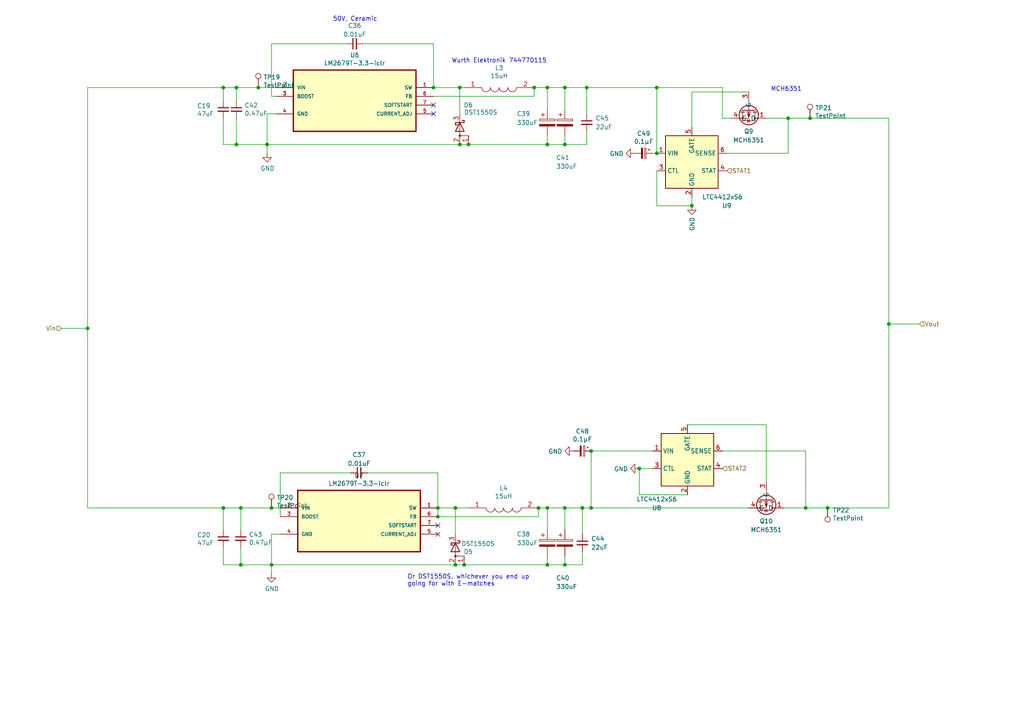
<source format=kicad_sch>
(kicad_sch (version 20211123) (generator eeschema)
  (paper "A4")
  (lib_symbols
    (symbol "Connector:TestPoint" (pin_numbers hide) (pin_names (offset 0.762) hide)
      (property "Reference" "TP" (at 0 6.858 0))
      (property "Value" "TestPoint" (at 0 5.08 0))
      (symbol "TestPoint_0_1"
        (circle (center 0 3.302) (radius 0.762))
      )
      (symbol "TestPoint_1_1"
        (pin passive line (at 0 0 90) (length 2.54) (name "1") (number "1"))
      )
    )
    (symbol "Device:CP_Small" (pin_numbers hide) (pin_names (offset 0.254) hide)
      (property "Reference" "C" (at 0.254 1.778 0))
      (property "Value" "Device_CP_Small" (at 0.254 -2.032 0))
      (symbol "CP_Small_0_1"
        (rectangle (start -1.524 -0.3048) (end 1.524 -0.6858) (fill (type outline)))
        (rectangle (start -1.524 0.6858) (end 1.524 0.3048))
        (polyline (pts (xy -1.27 1.524) (xy -0.762 1.524)))
        (polyline (pts (xy -1.016 1.27) (xy -1.016 1.778)))
      )
      (symbol "CP_Small_1_1"
        (pin passive line (at 0 2.54 270) (length 1.8542) (name "~") (number "1"))
        (pin passive line (at 0 -2.54 90) (length 1.8542) (name "~") (number "2"))
      )
    )
    (symbol "Device:C_Polarized" (pin_numbers hide) (pin_names (offset 0.254))
      (property "Reference" "C" (at 0.635 2.54 0))
      (property "Value" "C_Polarized" (at 0.635 -2.54 0))
      (symbol "C_Polarized_0_1"
        (rectangle (start -2.286 0.508) (end 2.286 1.016))
        (polyline (pts (xy -1.778 2.286) (xy -0.762 2.286)))
        (polyline (pts (xy -1.27 2.794) (xy -1.27 1.778)))
        (rectangle (start 2.286 -0.508) (end -2.286 -1.016) (fill (type outline)))
      )
      (symbol "C_Polarized_1_1"
        (pin passive line (at 0 3.81 270) (length 2.794) (name "~") (number "1"))
        (pin passive line (at 0 -3.81 90) (length 2.794) (name "~") (number "2"))
      )
    )
    (symbol "Device:C_Small" (pin_numbers hide) (pin_names (offset 0.254) hide)
      (property "Reference" "C" (at 0.254 1.778 0))
      (property "Value" "C_Small" (at 0.254 -2.032 0))
      (symbol "C_Small_0_1"
        (polyline (pts (xy -1.524 -0.508) (xy 1.524 -0.508)) (stroke (width 0.3302)))
        (polyline (pts (xy -1.524 0.508) (xy 1.524 0.508)) (stroke (width 0.3048)))
      )
      (symbol "C_Small_1_1"
        (pin passive line (at 0 2.54 270) (length 2.032) (name "~") (number "1"))
        (pin passive line (at 0 -2.54 90) (length 2.032) (name "~") (number "2"))
      )
    )
    (symbol "Device:D_Schottky_AAK" (pin_names (offset 0) hide)
      (property "Reference" "D" (at 0 2.54 0))
      (property "Value" "D_Schottky_AAK" (at 0 -2.54 0))
      (symbol "D_Schottky_AAK_0_1"
        (polyline (pts (xy 1.27 1.27) (xy 1.27 -1.27) (xy -1.27 0) (xy 1.27 1.27)) (stroke (width 0.254)))
        (polyline (pts (xy 3.81 2.54) (xy 2.54 2.54) (xy 2.54 0) (xy -1.27 0)))
        (polyline (pts (xy -1.905 0.635) (xy -1.905 1.27) (xy -1.27 1.27) (xy -1.27 -1.27) (xy -0.635 -1.27) (xy -0.635 -0.635)) (stroke (width 0.254)))
        (circle (center 2.54 0) (radius 0.254) (fill (type outline)))
      )
      (symbol "D_Schottky_AAK_1_1"
        (pin passive line (at 5.08 2.54 180) (length 2.54) (name "A") (number "1"))
        (pin passive line (at 5.08 0 180) (length 2.54) (name "A") (number "2"))
        (pin passive line (at -3.81 0 0) (length 2.54) (name "K") (number "3"))
      )
    )
    (symbol "Power_Management:LTC4412xS6"
      (property "Reference" "U" (at -6.35 8.89 0))
      (property "Value" "LTC4412xS6" (at 6.35 8.89 0))
      (symbol "LTC4412xS6_0_1"
        (rectangle (start -7.62 7.62) (end 7.62 -7.62) (stroke (width 0.254)) (fill (type background)))
      )
      (symbol "LTC4412xS6_1_1"
        (pin power_in line (at -10.16 2.54 0) (length 2.54) (name "VIN") (number "1"))
        (pin power_in line (at 0 -10.16 90) (length 2.54) (name "GND") (number "2"))
        (pin input line (at -10.16 -2.54 0) (length 2.54) (name "CTL") (number "3"))
        (pin open_collector line (at 10.16 -2.54 180) (length 2.54) (name "STAT") (number "4"))
        (pin output line (at 0 10.16 270) (length 2.54) (name "GATE") (number "5"))
        (pin input line (at 10.16 2.54 180) (length 2.54) (name "SENSE") (number "6"))
      )
    )
    (symbol "iclr:LM2679T-3.3-iclr" (pin_names (offset 1.016))
      (property "Reference" "U" (at -4.5974 6.2992 0))
      (property "Value" "LM2679T-3.3-iclr" (at -5.3594 -15.6464 0))
      (symbol "LM2679T-3.3-iclr_0_0"
        (rectangle (start -17.78 -12.7) (end 17.78 5.08) (stroke (width 0.4064)) (fill (type background)))
        (pin output line (at 22.86 0 180) (length 5.08) (name "SW") (number "1"))
        (pin input line (at -22.86 0 0) (length 5.08) (name "VIN") (number "2"))
        (pin passive line (at -22.86 -2.54 0) (length 5.08) (name "BOOST") (number "3"))
        (pin passive line (at -22.86 -7.62 0) (length 5.08) (name "GND") (number "4"))
        (pin passive line (at 22.86 -7.62 180) (length 5.08) (name "CURRENT_ADJ") (number "5"))
        (pin passive line (at 22.86 -2.54 180) (length 5.08) (name "FB") (number "6"))
        (pin passive line (at 22.86 -5.08 180) (length 5.08) (name "SOFTSTART") (number "7"))
      )
    )
    (symbol "iclr:MCH6351"
      (property "Reference" "Q" (at 15.24 -17.78 0))
      (property "Value" "MCH6351" (at 19.05 -20.32 0))
      (symbol "MCH6351_0_1"
        (polyline (pts (xy 9.144 -19.05) (xy 6.35 -19.05)))
        (polyline (pts (xy 9.144 -17.145) (xy 9.144 -20.955)) (stroke (width 0.254)))
        (polyline (pts (xy 9.652 -20.32) (xy 9.652 -21.336)) (stroke (width 0.254)))
        (polyline (pts (xy 9.652 -18.542) (xy 9.652 -19.558)) (stroke (width 0.254)))
        (polyline (pts (xy 9.652 -16.764) (xy 9.652 -17.78)) (stroke (width 0.254)))
        (polyline (pts (xy 11.43 -16.51) (xy 11.43 -17.272)))
        (polyline (pts (xy 11.43 -21.59) (xy 11.43 -19.05) (xy 9.652 -19.05)))
        (polyline (pts (xy 9.652 -17.272) (xy 12.192 -17.272) (xy 12.192 -20.828) (xy 9.652 -20.828)))
        (polyline (pts (xy 11.176 -19.05) (xy 10.16 -18.669) (xy 10.16 -19.431) (xy 11.176 -19.05)) (fill (type outline)))
        (polyline (pts (xy 11.684 -19.558) (xy 11.811 -19.431) (xy 12.573 -19.431) (xy 12.7 -19.304)))
        (polyline (pts (xy 12.192 -19.431) (xy 11.811 -18.796) (xy 12.573 -18.796) (xy 12.192 -19.431)))
        (circle (center 10.541 -19.05) (radius 2.794) (stroke (width 0.254)))
        (circle (center 11.43 -20.828) (radius 0.254) (fill (type outline)))
        (circle (center 11.43 -17.272) (radius 0.254) (fill (type outline)))
      )
      (symbol "MCH6351_1_1"
        (pin passive line (at 11.43 -13.97 270) (length 2.54) (name "D") (number "1"))
        (pin passive line (at 11.43 -13.97 270) (length 2.54) hide (name "D") (number "2"))
        (pin input line (at 3.81 -19.05 0) (length 2.54) (name "G") (number "3"))
        (pin passive line (at 11.43 -24.13 90) (length 2.54) (name "S") (number "4"))
        (pin passive line (at 11.43 -13.97 270) (length 2.54) hide (name "D") (number "5"))
        (pin passive line (at 11.43 -13.97 270) (length 2.54) hide (name "D") (number "6"))
      )
    )
    (symbol "iclr:P0846SNL-iclr" (pin_names (offset 0.762))
      (property "Reference" "L" (at 16.51 6.35 0))
      (property "Value" "P0846SNL-iclr" (at 16.51 3.81 0))
      (symbol "P0846SNL-iclr_0_0"
        (pin passive line (at 0 0 0) (length 5.08) (name "~") (number "1"))
        (pin passive line (at 20.32 0 180) (length 5.08) (name "~") (number "2"))
      )
      (symbol "P0846SNL-iclr_0_1"
        (arc (start 5.08 0) (mid 6.35 -1.3218) (end 7.62 0) (stroke (width 0.1524)))
        (arc (start 7.62 0) (mid 8.89 -1.3218) (end 10.16 0) (stroke (width 0.1524)))
        (arc (start 10.16 0) (mid 11.43 -1.3218) (end 12.7 0) (stroke (width 0.1524)))
        (arc (start 12.7 0) (mid 13.97 -1.3218) (end 15.24 0) (stroke (width 0.1524)))
      )
    )
    (symbol "power:GND" (power) (pin_names (offset 0))
      (property "Value" "GND" (at 0 -3.81 0))
      (symbol "GND_0_1"
        (polyline (pts (xy 0 0) (xy 0 -1.27) (xy 1.27 -1.27) (xy 0 -2.54) (xy -1.27 -1.27) (xy 0 -1.27)))
      )
      (symbol "GND_1_1"
        (pin power_in line (at 0 0 270) (length 0) hide (name "GND") (number "1"))
      )
    )
  )
  (junction (at 127 147.32))
  (junction (at 163.83 41.91))
  (junction (at 127 149.86))
  (junction (at 135.89 41.91))
  (junction (at 25.4 95.25))
  (junction (at 200.66 59.69))
  (junction (at 156.21 147.32))
  (junction (at 77.47 41.91))
  (junction (at 133.35 25.4))
  (junction (at 168.91 147.32))
  (junction (at 233.68 147.32))
  (junction (at 185.42 135.89))
  (junction (at 132.08 163.83))
  (junction (at 171.45 130.81))
  (junction (at 158.75 41.91))
  (junction (at 257.81 93.98))
  (junction (at 158.75 147.32))
  (junction (at 64.77 147.32))
  (junction (at 64.77 25.4))
  (junction (at 170.18 25.4))
  (junction (at 190.5 44.45))
  (junction (at 234.95 34.29))
  (junction (at 163.83 163.83))
  (junction (at 132.08 147.32))
  (junction (at 163.83 25.4))
  (junction (at 69.85 163.83))
  (junction (at 171.45 147.32))
  (junction (at 133.35 41.91))
  (junction (at 74.93 25.4))
  (junction (at 240.03 147.32))
  (junction (at 163.83 147.32))
  (junction (at 154.94 25.4))
  (junction (at 228.6 34.29))
  (junction (at 69.85 147.32))
  (junction (at 158.75 25.4))
  (junction (at 78.74 163.83))
  (junction (at 158.75 163.83))
  (junction (at 68.58 41.91))
  (junction (at 125.73 25.4))
  (junction (at 68.58 25.4))
  (junction (at 78.74 147.32))
  (junction (at 190.5 25.4))
  (junction (at 134.62 163.83))
  (no_connect (at 125.73 33.02))
  (no_connect (at 127 152.4))
  (no_connect (at 127 154.94))
  (no_connect (at 125.73 30.48))
  (wire (pts (xy 163.83 147.32) (xy 163.83 153.67)))
  (wire (pts (xy 266.7 93.98) (xy 257.81 93.98)))
  (wire (pts (xy 68.58 34.29) (xy 68.58 41.91)))
  (wire (pts (xy 78.74 163.83) (xy 132.08 163.83)))
  (wire (pts (xy 158.75 161.29) (xy 158.75 163.83)))
  (wire (pts (xy 64.77 163.83) (xy 69.85 163.83)))
  (wire (pts (xy 25.4 25.4) (xy 64.77 25.4)))
  (wire (pts (xy 170.18 25.4) (xy 170.18 33.02)))
  (wire (pts (xy 105.41 12.7) (xy 125.73 12.7)))
  (wire (pts (xy 228.6 34.29) (xy 234.95 34.29)))
  (wire (pts (xy 185.42 143.51) (xy 185.42 135.89)))
  (wire (pts (xy 257.81 93.98) (xy 257.81 147.32)))
  (wire (pts (xy 64.77 147.32) (xy 64.77 153.67)))
  (wire (pts (xy 132.08 163.83) (xy 134.62 163.83)))
  (wire (pts (xy 168.91 147.32) (xy 171.45 147.32)))
  (wire (pts (xy 158.75 31.75) (xy 158.75 25.4)))
  (wire (pts (xy 154.94 27.94) (xy 154.94 25.4)))
  (wire (pts (xy 234.95 34.29) (xy 257.81 34.29)))
  (wire (pts (xy 158.75 41.91) (xy 163.83 41.91)))
  (wire (pts (xy 78.74 12.7) (xy 78.74 27.94)))
  (wire (pts (xy 133.35 25.4) (xy 134.62 25.4)))
  (wire (pts (xy 81.28 154.94) (xy 78.74 154.94)))
  (wire (pts (xy 132.08 147.32) (xy 127 147.32)))
  (wire (pts (xy 74.93 25.4) (xy 80.01 25.4)))
  (wire (pts (xy 222.25 34.29) (xy 228.6 34.29)))
  (wire (pts (xy 125.73 25.4) (xy 133.35 25.4)))
  (wire (pts (xy 171.45 147.32) (xy 217.17 147.32)))
  (wire (pts (xy 154.94 25.4) (xy 158.75 25.4)))
  (wire (pts (xy 156.21 147.32) (xy 158.75 147.32)))
  (wire (pts (xy 240.03 147.32) (xy 257.81 147.32)))
  (wire (pts (xy 64.77 158.75) (xy 64.77 163.83)))
  (wire (pts (xy 163.83 147.32) (xy 168.91 147.32)))
  (wire (pts (xy 200.66 26.67) (xy 200.66 36.83)))
  (wire (pts (xy 200.66 26.67) (xy 217.17 26.67)))
  (wire (pts (xy 135.89 41.91) (xy 158.75 41.91)))
  (wire (pts (xy 127 149.86) (xy 156.21 149.86)))
  (wire (pts (xy 158.75 25.4) (xy 163.83 25.4)))
  (wire (pts (xy 69.85 153.67) (xy 69.85 147.32)))
  (wire (pts (xy 158.75 163.83) (xy 163.83 163.83)))
  (wire (pts (xy 233.68 147.32) (xy 240.03 147.32)))
  (wire (pts (xy 171.45 130.81) (xy 189.23 130.81)))
  (wire (pts (xy 163.83 25.4) (xy 163.83 31.75)))
  (wire (pts (xy 158.75 147.32) (xy 163.83 147.32)))
  (wire (pts (xy 25.4 25.4) (xy 25.4 95.25)))
  (wire (pts (xy 77.47 33.02) (xy 77.47 41.91)))
  (wire (pts (xy 210.82 44.45) (xy 228.6 44.45)))
  (wire (pts (xy 134.62 163.83) (xy 158.75 163.83)))
  (wire (pts (xy 132.08 147.32) (xy 135.89 147.32)))
  (wire (pts (xy 222.25 123.19) (xy 222.25 139.7)))
  (wire (pts (xy 190.5 25.4) (xy 190.5 44.45)))
  (wire (pts (xy 163.83 163.83) (xy 168.91 163.83)))
  (wire (pts (xy 133.35 41.91) (xy 135.89 41.91)))
  (wire (pts (xy 190.5 49.53) (xy 190.5 59.69)))
  (wire (pts (xy 228.6 44.45) (xy 228.6 34.29)))
  (wire (pts (xy 190.5 25.4) (xy 209.55 25.4)))
  (wire (pts (xy 127 147.32) (xy 127 149.86)))
  (wire (pts (xy 163.83 161.29) (xy 163.83 163.83)))
  (wire (pts (xy 64.77 147.32) (xy 69.85 147.32)))
  (wire (pts (xy 68.58 41.91) (xy 77.47 41.91)))
  (wire (pts (xy 64.77 25.4) (xy 68.58 25.4)))
  (wire (pts (xy 81.28 137.16) (xy 81.28 149.86)))
  (wire (pts (xy 80.01 33.02) (xy 77.47 33.02)))
  (wire (pts (xy 158.75 39.37) (xy 158.75 41.91)))
  (wire (pts (xy 200.66 57.15) (xy 200.66 59.69)))
  (wire (pts (xy 171.45 130.81) (xy 171.45 147.32)))
  (wire (pts (xy 199.39 123.19) (xy 222.25 123.19)))
  (wire (pts (xy 163.83 39.37) (xy 163.83 41.91)))
  (wire (pts (xy 69.85 158.75) (xy 69.85 163.83)))
  (wire (pts (xy 170.18 25.4) (xy 190.5 25.4)))
  (wire (pts (xy 125.73 12.7) (xy 125.73 25.4)))
  (wire (pts (xy 127 137.16) (xy 127 147.32)))
  (wire (pts (xy 156.21 149.86) (xy 156.21 147.32)))
  (wire (pts (xy 233.68 130.81) (xy 233.68 147.32)))
  (wire (pts (xy 227.33 147.32) (xy 233.68 147.32)))
  (wire (pts (xy 189.23 44.45) (xy 190.5 44.45)))
  (wire (pts (xy 168.91 160.02) (xy 168.91 163.83)))
  (wire (pts (xy 209.55 130.81) (xy 233.68 130.81)))
  (wire (pts (xy 125.73 27.94) (xy 154.94 27.94)))
  (wire (pts (xy 257.81 34.29) (xy 257.81 93.98)))
  (wire (pts (xy 81.28 137.16) (xy 101.6 137.16)))
  (wire (pts (xy 78.74 27.94) (xy 80.01 27.94)))
  (wire (pts (xy 158.75 147.32) (xy 158.75 153.67)))
  (wire (pts (xy 163.83 25.4) (xy 170.18 25.4)))
  (wire (pts (xy 168.91 147.32) (xy 168.91 154.94)))
  (wire (pts (xy 133.35 25.4) (xy 133.35 33.02)))
  (wire (pts (xy 170.18 38.1) (xy 170.18 41.91)))
  (wire (pts (xy 190.5 59.69) (xy 200.66 59.69)))
  (wire (pts (xy 17.78 95.25) (xy 25.4 95.25)))
  (wire (pts (xy 106.68 137.16) (xy 127 137.16)))
  (wire (pts (xy 25.4 147.32) (xy 64.77 147.32)))
  (wire (pts (xy 199.39 143.51) (xy 185.42 143.51)))
  (wire (pts (xy 78.74 154.94) (xy 78.74 163.83)))
  (wire (pts (xy 209.55 34.29) (xy 212.09 34.29)))
  (wire (pts (xy 78.74 163.83) (xy 78.74 166.37)))
  (wire (pts (xy 69.85 147.32) (xy 78.74 147.32)))
  (wire (pts (xy 163.83 41.91) (xy 170.18 41.91)))
  (wire (pts (xy 69.85 163.83) (xy 78.74 163.83)))
  (wire (pts (xy 25.4 95.25) (xy 25.4 147.32)))
  (wire (pts (xy 77.47 41.91) (xy 77.47 44.45)))
  (wire (pts (xy 209.55 25.4) (xy 209.55 34.29)))
  (wire (pts (xy 68.58 29.21) (xy 68.58 25.4)))
  (wire (pts (xy 64.77 25.4) (xy 64.77 29.21)))
  (wire (pts (xy 77.47 41.91) (xy 133.35 41.91)))
  (wire (pts (xy 64.77 41.91) (xy 68.58 41.91)))
  (wire (pts (xy 189.23 135.89) (xy 185.42 135.89)))
  (wire (pts (xy 78.74 147.32) (xy 81.28 147.32)))
  (wire (pts (xy 64.77 34.29) (xy 64.77 41.91)))
  (wire (pts (xy 78.74 12.7) (xy 100.33 12.7)))
  (wire (pts (xy 68.58 25.4) (xy 74.93 25.4)))
  (wire (pts (xy 132.08 147.32) (xy 132.08 154.94)))
  (text "Wurth Elektronik 744770115" (at 130.9662 18.4246 0) (effects (font (size 1.27 1.27)) (justify left bottom)))
  (text "50V, Ceramic" (at 96.52 6.35 0) (effects (font (size 1.27 1.27)) (justify left bottom)))
  (text "Or DST1550S, whichever you end up \ngoing for with E-matches" (at 118.11 170.18 0) (effects (font (size 1.27 1.27)) (justify left bottom)))
  (text "MCH6351" (at 223.52 26.67 0) (effects (font (size 1.27 1.27)) (justify left bottom)))
  (hierarchical_label "Vin" (shape input) (at 17.78 95.25 180))
  (hierarchical_label "STAT2" (shape input) (at 209.55 135.89 0))
  (hierarchical_label "STAT1" (shape input) (at 210.82 49.53 0))
  (hierarchical_label "Vout" (shape input) (at 266.7 93.98 0))
  (symbol (lib_id "Device:C_Small") (at 69.85 156.21 0) (unit 1)
    (property "Reference" "C43" (at 72.1868 155.0416 0) (effects (justify left)))
    (property "Value" "0.47μF" (at 72.1868 157.353 0) (effects (justify left)))
    (property "Footprint" "Capacitor_SMD:C_0805_2012Metric" (effects hide))
  )
  (symbol (lib_id "power:GND") (at 78.74 166.37 0) (unit 1)
    (property "Reference" "#PWR0152" (effects hide))
    (property "Value" "GND" (at 78.867 170.7642 0))
  )
  (symbol (lib_id "Device:C_Small") (at 68.58 31.75 0) (unit 1)
    (property "Reference" "C42" (at 70.9168 30.5816 0) (effects (justify left)))
    (property "Value" "0.47uF" (at 70.9168 32.893 0) (effects (justify left)))
    (property "Footprint" "Capacitor_SMD:C_0805_2012Metric" (effects hide))
  )
  (symbol (lib_id "power:GND") (at 77.47 44.45 0) (unit 1)
    (property "Reference" "#PWR0153" (effects hide))
    (property "Value" "GND" (at 77.597 48.8442 0))
  )
  (symbol (lib_id "Power_Management:LTC4412xS6") (at 199.39 133.35 0) (unit 1)
    (property "Reference" "U8" (at 190.5 147.32 0))
    (property "Value" "LTC4412xS6" (at 190.5 144.78 0))
    (property "Footprint" "Package_TO_SOT_SMD:TSOT-23-6" (effects hide))
    (property "Datasheet" "https://www.analog.com/media/en/technical-documentation/data-sheets/4412fb.pdf" (effects hide))
  )
  (symbol (lib_id "Device:CP_Small") (at 168.91 130.81 270) (unit 1)
    (property "Reference" "C48" (at 168.91 125.095 90))
    (property "Value" "0.1µF" (at 168.91 127.4064 90))
    (property "Footprint" "Capacitor_SMD:C_0603_1608Metric" (effects hide))
  )
  (symbol (lib_id "power:GND") (at 166.37 130.81 270) (unit 1)
    (property "Reference" "#PWR0155" (effects hide))
    (property "Value" "GND" (at 163.1188 130.937 90) (effects (justify right)))
  )
  (symbol (lib_id "power:GND") (at 185.42 135.89 270) (unit 1)
    (property "Reference" "#PWR0154" (effects hide))
    (property "Value" "GND" (at 182.1688 136.017 90) (effects (justify right)))
  )
  (symbol (lib_id "Power_Management:LTC4412xS6") (at 200.66 46.99 0) (unit 1)
    (property "Reference" "U9" (at 210.82 59.69 0))
    (property "Value" "LTC4412xS6" (at 209.55 57.15 0))
    (property "Footprint" "Package_TO_SOT_SMD:TSOT-23-6" (effects hide))
    (property "Datasheet" "https://www.analog.com/media/en/technical-documentation/data-sheets/4412fb.pdf" (effects hide))
  )
  (symbol (lib_id "power:GND") (at 184.15 44.45 270) (unit 1)
    (property "Reference" "#PWR0156" (effects hide))
    (property "Value" "GND" (at 180.8988 44.577 90) (effects (justify right)))
  )
  (symbol (lib_id "power:GND") (at 200.66 59.69 0) (unit 1)
    (property "Reference" "#PWR0157" (effects hide))
    (property "Value" "GND" (at 200.787 62.9412 90) (effects (justify right)))
  )
  (symbol (lib_id "Device:CP_Small") (at 186.69 44.45 270) (unit 1)
    (property "Reference" "C49" (at 186.69 38.735 90))
    (property "Value" "0.1µF" (at 186.69 41.0464 90))
    (property "Footprint" "Capacitor_SMD:C_0603_1608Metric" (effects hide))
  )
  (symbol (lib_id "Connector:TestPoint") (at 234.95 34.29 0) (unit 1)
    (property "Reference" "TP21" (at 236.4232 31.2928 0) (effects (justify left)))
    (property "Value" "TestPoint" (at 236.4232 33.6042 0) (effects (justify left)))
    (property "Footprint" "TestPoint:TestPoint_Pad_D1.0mm" (effects hide))
  )
  (symbol (lib_id "Connector:TestPoint") (at 240.03 147.32 180) (unit 1)
    (property "Reference" "TP22" (at 241.5032 147.9804 0) (effects (justify right)))
    (property "Value" "TestPoint" (at 241.5032 150.2918 0) (effects (justify right)))
    (property "Footprint" "TestPoint:TestPoint_Pad_D1.0mm" (effects hide))
  )
  (symbol (lib_id "Connector:TestPoint") (at 74.93 25.4 0) (unit 1)
    (property "Reference" "TP19" (at 76.4032 22.4028 0) (effects (justify left)))
    (property "Value" "TestPoint" (at 76.4032 24.7142 0) (effects (justify left)))
    (property "Footprint" "TestPoint:TestPoint_Pad_D1.0mm" (effects hide))
  )
  (symbol (lib_id "Connector:TestPoint") (at 78.74 147.32 0) (unit 1)
    (property "Reference" "TP20" (at 80.2132 144.3228 0) (effects (justify left)))
    (property "Value" "TestPoint" (at 80.2132 146.6342 0) (effects (justify left)))
    (property "Footprint" "TestPoint:TestPoint_Pad_D1.0mm" (effects hide))
  )
  (symbol (lib_id "iclr:LM2679T-3.3-iclr") (at 102.87 25.4 0) (unit 1)
    (property "Reference" "U6" (at 102.87 16.002 0))
    (property "Value" "LM2679T-3.3-iclr" (at 102.87 18.3134 0))
    (property "Footprint" "Package_TO_SOT_SMD:TO-263-7_TabPin4" (effects hide))
    (property "SUPPLIER" "National Semiconductor" (effects hide))
    (property "PACKAGE" "TO220-7" (effects hide))
    (property "MPN" "LM2679T-3.3" (effects hide))
    (property "OC_NEWARK" "41K4227" (effects hide))
    (property "OC_FARNELL" "-" (effects hide))
  )
  (symbol (lib_id "iclr:LM2679T-3.3-iclr") (at 104.14 147.32 0) (unit 1)
    (property "Reference" "U7" (at 104.14 137.922 0))
    (property "Value" "LM2679T-3.3-iclr" (at 104.14 140.2334 0))
    (property "Footprint" "Package_TO_SOT_SMD:TO-263-7_TabPin4" (effects hide))
    (property "SUPPLIER" "National Semiconductor" (effects hide))
    (property "PACKAGE" "TO220-7" (effects hide))
    (property "MPN" "LM2679T-3.3" (effects hide))
    (property "OC_NEWARK" "41K4227" (effects hide))
    (property "OC_FARNELL" "-" (effects hide))
  )
  (symbol (lib_id "iclr:P0846SNL-iclr") (at 135.89 147.32 0) (unit 1)
    (property "Reference" "L4" (at 146.05 141.605 0))
    (property "Value" "15uH" (at 146.05 143.9164 0))
    (property "Footprint" "Inductor_SMD:L_12x12mm_H8mm" (effects hide))
    (property "Datasheet" "https://datasheet.datasheetarchive.com/originals/dk/DKDS-10/182482.pdf" (effects hide))
    (property "Description" "Fixed Inductors 260KHZ SWITCHER IND" (effects hide))
    (property "Height" "10.16" (effects hide))
    (property "Manufacturer_Name" "Pulse" (effects hide))
    (property "Manufacturer_Part_Number" "P0846SNL" (effects hide))
    (property "Mouser Part Number" "673-P0846SNL" (effects hide))
    (property "Mouser Price/Stock" "https://www.mouser.co.uk/ProductDetail/Pulse-Electronics/P0846SNL?qs=GY25Nw16qaXiqUAx%252BvLTgw%3D%3D" (effects hide))
    (property "Arrow Part Number" "P0846SNL" (effects hide))
    (property "Arrow Price/Stock" "https://www.arrow.com/en/products/p0846snl/pulse-electronics-corporation" (effects hide))
  )
  (symbol (lib_id "iclr:P0846SNL-iclr") (at 134.62 25.4 0) (unit 1)
    (property "Reference" "L3" (at 144.78 19.685 0))
    (property "Value" "15uH" (at 144.78 21.9964 0))
    (property "Footprint" "Inductor_SMD:L_12x12mm_H8mm" (effects hide))
    (property "Datasheet" "https://datasheet.datasheetarchive.com/originals/dk/DKDS-10/182482.pdf" (effects hide))
    (property "Description" "Fixed Inductors 260KHZ SWITCHER IND" (effects hide))
    (property "Height" "10.16" (effects hide))
    (property "Manufacturer_Name" "Pulse" (effects hide))
    (property "Manufacturer_Part_Number" "P0846SNL" (effects hide))
    (property "Mouser Part Number" "673-P0846SNL" (effects hide))
    (property "Mouser Price/Stock" "https://www.mouser.co.uk/ProductDetail/Pulse-Electronics/P0846SNL?qs=GY25Nw16qaXiqUAx%252BvLTgw%3D%3D" (effects hide))
    (property "Arrow Part Number" "P0846SNL" (effects hide))
    (property "Arrow Price/Stock" "https://www.arrow.com/en/products/p0846snl/pulse-electronics-corporation" (effects hide))
  )
  (symbol (lib_id "Device:C_Small") (at 104.14 137.16 90) (unit 1)
    (property "Reference" "C37" (at 104.1463 131.8981 90))
    (property "Value" "0.01uF" (at 104.1463 134.435 90))
    (property "Footprint" "Capacitor_SMD:C_0603_1608Metric" (effects hide))
  )
  (symbol (lib_id "Device:D_Schottky_AAK") (at 132.08 158.75 270) (unit 1)
    (property "Reference" "D5" (at 137.16 160.02 90) (effects (justify right)))
    (property "Value" "DST1550S" (at 143.51 157.7086 90) (effects (justify right)))
    (property "Footprint" "Package_TO_SOT_SMD:TO-277B" (effects hide))
  )
  (symbol (lib_id "Device:C_Polarized") (at 163.83 157.48 0) (unit 1)
    (property "Reference" "C40" (at 161.29 167.64 0) (effects (justify left)))
    (property "Value" "330uF" (at 161.29 170.18 0) (effects (justify left)))
    (property "Footprint" "Capacitor_Tantalum_SMD:CP_EIA-7343-30_AVX-N" (effects hide))
  )
  (symbol (lib_id "Device:C_Small") (at 170.18 35.56 0) (unit 1)
    (property "Reference" "C45" (at 172.72 34.2962 0) (effects (justify left)))
    (property "Value" "22uF" (at 172.72 36.8362 0) (effects (justify left)))
    (property "Footprint" "Capacitor_SMD:C_0603_1608Metric" (effects hide))
  )
  (symbol (lib_id "Device:C_Polarized") (at 158.75 157.48 0) (unit 1)
    (property "Reference" "C38" (at 149.86 154.94 0) (effects (justify left)))
    (property "Value" "330uF" (at 149.86 157.48 0) (effects (justify left)))
    (property "Footprint" "Capacitor_Tantalum_SMD:CP_EIA-7343-30_AVX-N" (effects hide))
  )
  (symbol (lib_id "Device:C_Small") (at 64.77 31.75 0) (unit 1)
    (property "Reference" "C19" (at 57.15 30.7086 0) (effects (justify left)))
    (property "Value" "47uF" (at 57.15 33.02 0) (effects (justify left)))
    (property "Footprint" "Capacitor_SMD:C_2220_5650Metric" (effects hide))
  )
  (symbol (lib_id "Device:C_Small") (at 64.77 156.21 0) (unit 1)
    (property "Reference" "C20" (at 57.15 155.1686 0) (effects (justify left)))
    (property "Value" "47uF" (at 57.15 157.48 0) (effects (justify left)))
    (property "Footprint" "Capacitor_SMD:C_2220_5650Metric" (effects hide))
  )
  (symbol (lib_id "iclr:MCH6351") (at 236.22 22.86 270) (unit 1)
    (property "Reference" "Q9" (at 217.17 38.1 90))
    (property "Value" "MCH6351" (at 217.17 40.64 90))
    (property "Footprint" "Package_TO_SOT_SMD:SOT-363_SC-70-6" (effects hide))
  )
  (symbol (lib_id "Device:C_Small") (at 168.91 157.48 0) (unit 1)
    (property "Reference" "C44" (at 171.45 156.2162 0) (effects (justify left)))
    (property "Value" "22uF" (at 171.45 158.7562 0) (effects (justify left)))
    (property "Footprint" "Capacitor_SMD:C_0603_1608Metric" (effects hide))
  )
  (symbol (lib_id "Device:C_Small") (at 102.87 12.7 90) (unit 1)
    (property "Reference" "C36" (at 102.8763 7.4381 90))
    (property "Value" "0.01uF" (at 102.8763 9.975 90))
    (property "Footprint" "Capacitor_SMD:C_0603_1608Metric" (effects hide))
  )
  (symbol (lib_id "Device:C_Polarized") (at 163.83 35.56 0) (unit 1)
    (property "Reference" "C41" (at 161.29 45.72 0) (effects (justify left)))
    (property "Value" "330uF" (at 161.29 48.26 0) (effects (justify left)))
    (property "Footprint" "Capacitor_Tantalum_SMD:CP_EIA-7343-30_AVX-N" (effects hide))
  )
  (symbol (lib_id "iclr:MCH6351") (at 241.3 135.89 270) (unit 1)
    (property "Reference" "Q10" (at 222.25 151.13 90))
    (property "Value" "MCH6351" (at 222.25 153.67 90))
    (property "Footprint" "Package_TO_SOT_SMD:SOT-363_SC-70-6" (effects hide))
  )
  (symbol (lib_id "Device:D_Schottky_AAK") (at 133.35 36.83 270) (unit 1)
    (property "Reference" "D6" (at 137.16 30.48 90) (effects (justify right)))
    (property "Value" "DST1550S" (at 144.2984 32.5861 90) (effects (justify right)))
    (property "Footprint" "Package_TO_SOT_SMD:TO-277B" (effects hide))
  )
  (symbol (lib_id "Device:C_Polarized") (at 158.75 35.56 0) (unit 1)
    (property "Reference" "C39" (at 149.86 33.02 0) (effects (justify left)))
    (property "Value" "330uF" (at 149.86 35.56 0) (effects (justify left)))
    (property "Footprint" "Capacitor_Tantalum_SMD:CP_EIA-7343-30_AVX-N" (effects hide))
  )
)
</source>
